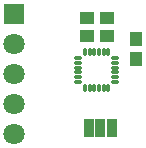
<source format=gts>
G04 DipTrace 3.0.0.1*
G04 mpu9250.GTS*
%MOIN*%
G04 #@! TF.FileFunction,Soldermask,Top*
G04 #@! TF.Part,Single*
%ADD29O,0.031559X0.011874*%
%ADD31O,0.011874X0.031559*%
%ADD33R,0.034X0.064*%
%ADD35C,0.070929*%
%ADD37R,0.070929X0.070929*%
%ADD39R,0.04337X0.047307*%
%ADD41R,0.047307X0.04337*%
%FSLAX26Y26*%
G04*
G70*
G90*
G75*
G01*
G04 TopMask*
%LPD*%
D41*
X777166Y793701D3*
X710236D3*
D39*
X874952Y716487D3*
Y783416D3*
D37*
X468701Y868701D3*
D35*
Y768701D3*
Y668701D3*
Y568701D3*
Y468701D3*
D33*
X793701Y487452D3*
X756201D3*
X718701D3*
D41*
X710236Y856201D3*
X777166D3*
D31*
X704331Y620177D3*
X720079D3*
X735827D3*
X751575D3*
X767323D3*
D29*
X804725Y641831D3*
Y657579D3*
Y673327D3*
Y689075D3*
Y704823D3*
D31*
X767323Y742225D3*
X751575D3*
X735827D3*
X720079D3*
X704331D3*
D29*
X682677Y704823D3*
Y689075D3*
Y673327D3*
Y657579D3*
Y641831D3*
X804725Y720571D3*
X682677D3*
D31*
X783071Y620177D3*
Y742225D3*
M02*

</source>
